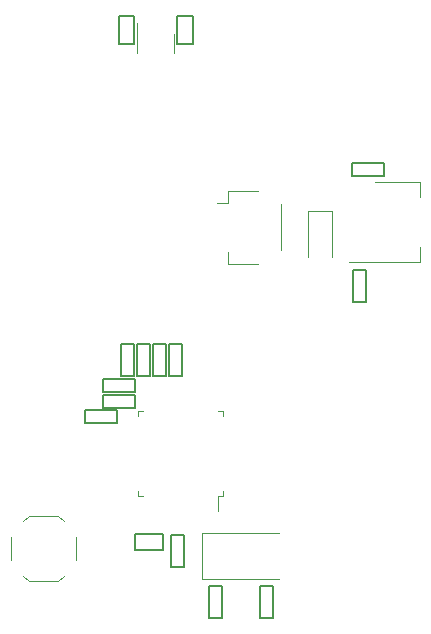
<source format=gbr>
%TF.GenerationSoftware,KiCad,Pcbnew,(6.0.1)*%
%TF.CreationDate,2022-02-16T22:37:27-05:00*%
%TF.ProjectId,herringbone_macro_pad,68657272-696e-4676-926f-6e655f6d6163,rev?*%
%TF.SameCoordinates,Original*%
%TF.FileFunction,Legend,Bot*%
%TF.FilePolarity,Positive*%
%FSLAX46Y46*%
G04 Gerber Fmt 4.6, Leading zero omitted, Abs format (unit mm)*
G04 Created by KiCad (PCBNEW (6.0.1)) date 2022-02-16 22:37:27*
%MOMM*%
%LPD*%
G01*
G04 APERTURE LIST*
%ADD10C,0.120000*%
%ADD11C,0.200000*%
G04 APERTURE END LIST*
D10*
%TO.C,D1*%
X174800000Y-54750000D02*
X174800000Y-58650000D01*
X174800000Y-54750000D02*
X176800000Y-54750000D01*
X176800000Y-54750000D02*
X176800000Y-58650000D01*
%TO.C,SW11*%
X154100000Y-85650000D02*
X153650000Y-86100000D01*
X151150000Y-86100000D02*
X153650000Y-86100000D01*
X150700000Y-85650000D02*
X151150000Y-86100000D01*
X151150000Y-80600000D02*
X153650000Y-80600000D01*
X154100000Y-81050000D02*
X153650000Y-80600000D01*
X150700000Y-81050000D02*
X151150000Y-80600000D01*
X149650000Y-84350000D02*
X149650000Y-82350000D01*
X155150000Y-84350000D02*
X155150000Y-82350000D01*
D11*
%TO.C,C5*%
X157450000Y-69000000D02*
X157450000Y-70100000D01*
X160150000Y-69000000D02*
X157450000Y-69000000D01*
X157450000Y-70100000D02*
X160150000Y-70100000D01*
X160150000Y-70100000D02*
X160150000Y-69000000D01*
%TO.C,C6*%
X164300000Y-84900000D02*
X164300000Y-82200000D01*
X164300000Y-82200000D02*
X163200000Y-82200000D01*
X163200000Y-84900000D02*
X164300000Y-84900000D01*
X163200000Y-82200000D02*
X163200000Y-84900000D01*
D10*
%TO.C,U1*%
X180500000Y-52290000D02*
X184260000Y-52290000D01*
X178250000Y-59110000D02*
X184260000Y-59110000D01*
X184260000Y-59110000D02*
X184260000Y-57850000D01*
X184260000Y-52290000D02*
X184260000Y-53550000D01*
D11*
%TO.C,C7*%
X158980000Y-66050000D02*
X158980000Y-68750000D01*
X160080000Y-66050000D02*
X158980000Y-66050000D01*
X160080000Y-68750000D02*
X160080000Y-66050000D01*
X158980000Y-68750000D02*
X160080000Y-68750000D01*
D10*
%TO.C,J1*%
X170565000Y-59260000D02*
X168065000Y-59260000D01*
X168065000Y-53040000D02*
X168065000Y-54090000D01*
X168065000Y-59260000D02*
X168065000Y-58210000D01*
X172535000Y-54210000D02*
X172535000Y-58090000D01*
X168065000Y-54090000D02*
X167075000Y-54090000D01*
X170565000Y-53040000D02*
X168065000Y-53040000D01*
%TO.C,U3*%
X160380000Y-78880000D02*
X160830000Y-78880000D01*
X167600000Y-78880000D02*
X167150000Y-78880000D01*
X167600000Y-78430000D02*
X167600000Y-78880000D01*
X160380000Y-71660000D02*
X160830000Y-71660000D01*
X167600000Y-72110000D02*
X167600000Y-71660000D01*
X167150000Y-78880000D02*
X167150000Y-80170000D01*
X167600000Y-71660000D02*
X167150000Y-71660000D01*
X160380000Y-72110000D02*
X160380000Y-71660000D01*
X160380000Y-78430000D02*
X160380000Y-78880000D01*
D11*
%TO.C,C8*%
X157440000Y-70310000D02*
X157440000Y-71410000D01*
X160140000Y-71410000D02*
X160140000Y-70310000D01*
X160140000Y-70310000D02*
X157440000Y-70310000D01*
X157440000Y-71410000D02*
X160140000Y-71410000D01*
%TO.C,C9*%
X161410000Y-68750000D02*
X161410000Y-66050000D01*
X160310000Y-66050000D02*
X160310000Y-68750000D01*
X161410000Y-66050000D02*
X160310000Y-66050000D01*
X160310000Y-68750000D02*
X161410000Y-68750000D01*
%TO.C,C10*%
X163000000Y-66050000D02*
X163000000Y-68750000D01*
X164100000Y-68750000D02*
X164100000Y-66050000D01*
X163000000Y-68750000D02*
X164100000Y-68750000D01*
X164100000Y-66050000D02*
X163000000Y-66050000D01*
%TO.C,C11*%
X158600000Y-72750000D02*
X158600000Y-71650000D01*
X155900000Y-72750000D02*
X158600000Y-72750000D01*
X155900000Y-71650000D02*
X155900000Y-72750000D01*
X158600000Y-71650000D02*
X155900000Y-71650000D01*
D10*
%TO.C,U2*%
X163480000Y-40610000D02*
X163480000Y-41410000D01*
X160360000Y-40610000D02*
X160360000Y-38810000D01*
X160360000Y-40610000D02*
X160360000Y-41410000D01*
X163480000Y-40610000D02*
X163480000Y-39810000D01*
D11*
%TO.C,R3*%
X160150000Y-82150000D02*
X160150000Y-83450000D01*
X162550000Y-82150000D02*
X160150000Y-82150000D01*
X160150000Y-83450000D02*
X162550000Y-83450000D01*
X162550000Y-83450000D02*
X162550000Y-82150000D01*
%TO.C,C12*%
X162750000Y-68750000D02*
X162750000Y-66050000D01*
X161650000Y-66050000D02*
X161650000Y-68750000D01*
X162750000Y-66050000D02*
X161650000Y-66050000D01*
X161650000Y-68750000D02*
X162750000Y-68750000D01*
%TO.C,C1*%
X181250000Y-51800000D02*
X181250000Y-50700000D01*
X181250000Y-50700000D02*
X178550000Y-50700000D01*
X178550000Y-51800000D02*
X181250000Y-51800000D01*
X178550000Y-50700000D02*
X178550000Y-51800000D01*
%TO.C,R1*%
X165040000Y-38260000D02*
X163740000Y-38260000D01*
X163740000Y-38260000D02*
X163740000Y-40660000D01*
X163740000Y-40660000D02*
X165040000Y-40660000D01*
X165040000Y-40660000D02*
X165040000Y-38260000D01*
%TO.C,C3*%
X166400000Y-89200000D02*
X167500000Y-89200000D01*
X166400000Y-86500000D02*
X166400000Y-89200000D01*
X167500000Y-86500000D02*
X166400000Y-86500000D01*
X167500000Y-89200000D02*
X167500000Y-86500000D01*
%TO.C,C2*%
X179730000Y-62490000D02*
X179730000Y-59790000D01*
X178630000Y-62490000D02*
X179730000Y-62490000D01*
X179730000Y-59790000D02*
X178630000Y-59790000D01*
X178630000Y-59790000D02*
X178630000Y-62490000D01*
%TO.C,R2*%
X158790000Y-40660000D02*
X160090000Y-40660000D01*
X160090000Y-38260000D02*
X158790000Y-38260000D01*
X160090000Y-40660000D02*
X160090000Y-38260000D01*
X158790000Y-38260000D02*
X158790000Y-40660000D01*
%TO.C,C4*%
X171800000Y-89200000D02*
X171800000Y-86500000D01*
X170700000Y-86500000D02*
X170700000Y-89200000D01*
X171800000Y-86500000D02*
X170700000Y-86500000D01*
X170700000Y-89200000D02*
X171800000Y-89200000D01*
D10*
%TO.C,Y1*%
X165790625Y-85900000D02*
X165790625Y-82000000D01*
X165790625Y-82000000D02*
X172340625Y-82000000D01*
X172340625Y-85900000D02*
X165790625Y-85900000D01*
%TD*%
M02*

</source>
